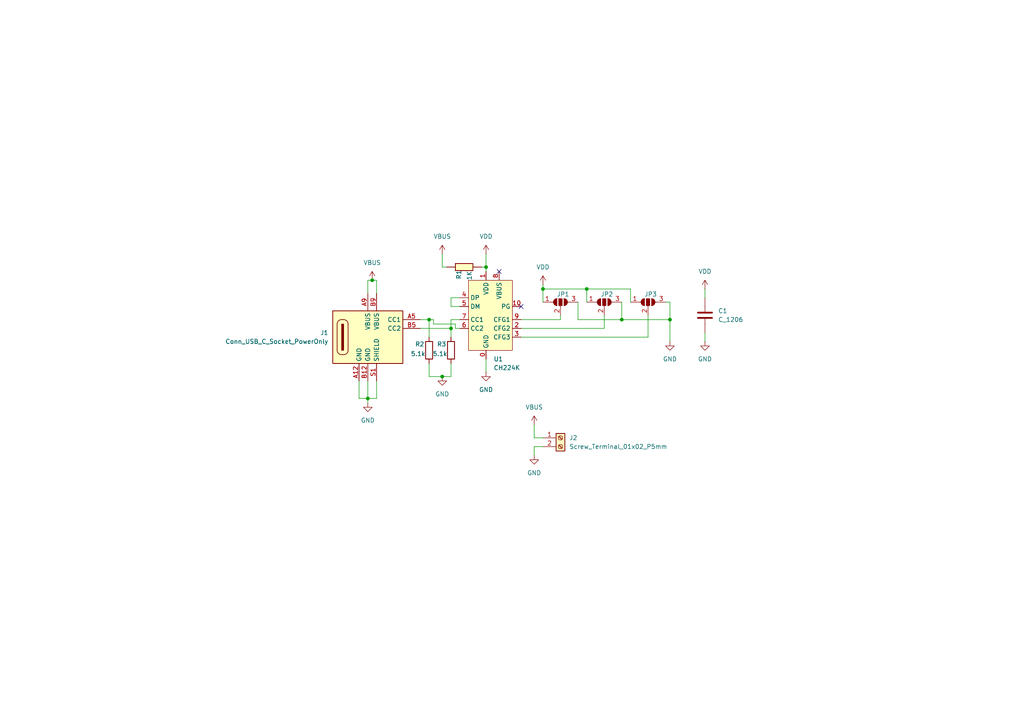
<source format=kicad_sch>
(kicad_sch (version 20231120) (generator "eeschema") (generator_version "8.0")
  (paper "A4")
  (lib_symbols
    (symbol "0my_project:CH224K"
      (property "Reference" "U" (at 2.54 15.24 0))
      (property "Value" "CH224K" (at 5.08 -11.43 0))
      (symbol "CH224K_0_0"
        (pin passive line (at -1.27 -12.7 90) (length 2.54) (name "GND") (number "0"))
        (pin power_in line (at -1.27 12.7 270) (length 2.54) (name "VDD") (number "1"))
        (pin output line (at 8.89 2.54 180) (length 2.54) (name "PG") (number "10"))
        (pin input line (at 8.89 -3.81 180) (length 2.54) (name "CFG2") (number "2"))
        (pin input line (at 8.89 -6.35 180) (length 2.54) (name "CFG3") (number "3"))
        (pin bidirectional line (at -8.89 5.08 0) (length 2.54) (name "DP") (number "4"))
        (pin bidirectional line (at -8.89 2.54 0) (length 2.54) (name "DM") (number "5"))
        (pin bidirectional line (at -8.89 -3.81 0) (length 2.54) (name "CC2") (number "6"))
        (pin bidirectional line (at -8.89 -1.27 0) (length 2.54) (name "CC1") (number "7"))
        (pin power_in line (at 2.54 12.7 270) (length 2.54) (name "VBUS") (number "8"))
        (pin input line (at 8.89 -1.27 180) (length 2.54) (name "CFG1") (number "9"))
      )
      (symbol "CH224K_1_1"
        (rectangle (start -6.35 10.16) (end 6.35 -10.16) (fill (type background)))
      )
    )
    (symbol "Device:R" (pin_numbers hide) (pin_names (offset 0))
      (property "Reference" "R" (at 2.032 0 90))
      (property "Value" "R" (at 0 0 90))
      (symbol "R_0_1"
        (rectangle (start -1.016 -2.54) (end 1.016 2.54) (stroke (width 0.254)))
      )
      (symbol "R_1_1"
        (pin passive line (at 0 3.81 270) (length 1.27) (name "~") (number "1"))
        (pin passive line (at 0 -3.81 90) (length 1.27) (name "~") (number "2"))
      )
    )
    (symbol "Jumper:SolderJumper_3_Open" (pin_names (offset 0) hide) (exclude_from_sim yes) (in_bom no)
      (property "Reference" "JP" (at -2.54 -2.54 0))
      (property "Value" "SolderJumper_3_Open" (at 0 2.794 0))
      (symbol "SolderJumper_3_Open_0_1"
        (arc (start -1.016 1.016) (mid -2.0276 0) (end -1.016 -1.016))
        (arc (start -1.016 1.016) (mid -2.0276 0) (end -1.016 -1.016) (fill (type outline)))
        (rectangle (start -0.508 1.016) (end 0.508 -1.016) (fill (type outline)))
        (polyline (pts (xy -2.54 0) (xy -2.032 0)))
        (polyline (pts (xy -1.016 1.016) (xy -1.016 -1.016)))
        (polyline (pts (xy 0 -1.27) (xy 0 -1.016)))
        (polyline (pts (xy 1.016 1.016) (xy 1.016 -1.016)))
        (polyline (pts (xy 2.54 0) (xy 2.032 0)))
        (arc (start 1.016 -1.016) (mid 2.0276 0) (end 1.016 1.016))
        (arc (start 1.016 -1.016) (mid 2.0276 0) (end 1.016 1.016) (fill (type outline)))
      )
      (symbol "SolderJumper_3_Open_1_1"
        (pin passive line (at -5.08 0 0) (length 2.54) (name "A") (number "1"))
        (pin passive line (at 0 -3.81 90) (length 2.54) (name "C") (number "2"))
        (pin passive line (at 5.08 0 180) (length 2.54) (name "B") (number "3"))
      )
    )
    (symbol "fab:C_1206" (pin_numbers hide)
      (property "Reference" "C" (at 0.635 2.54 0))
      (property "Value" "C_1206" (at 0.635 -2.54 0))
      (symbol "C_1206_0_1"
        (polyline (pts (xy -2.032 -0.762) (xy 2.032 -0.762)) (stroke (width 0.508)))
        (polyline (pts (xy -2.032 0.762) (xy 2.032 0.762)) (stroke (width 0.508)))
        (polyline (pts (xy 0 -0.635) (xy 0 -2.54)))
        (polyline (pts (xy 0 0.635) (xy 0 2.54)))
      )
      (symbol "C_1206_1_1"
        (pin passive line (at 0 5.08 270) (length 2.54) (name "~") (number "1"))
        (pin passive line (at 0 -5.08 90) (length 2.54) (name "~") (number "2"))
      )
    )
    (symbol "fab:Conn_USB_C_Socket_PowerOnly"
      (property "Reference" "J" (at -10.16 8.89 0))
      (property "Value" "Conn_USB_C_Socket_PowerOnly" (at 3.81 8.89 0))
      (symbol "Conn_USB_C_Socket_PowerOnly_0_1"
        (rectangle (start -10.16 7.62) (end 10.16 -7.62) (stroke (width 0.254)) (fill (type background)))
        (arc (start -8.89 -3.81) (mid -8.518 -4.708) (end -7.62 -5.08) (stroke (width 0.2)))
        (rectangle (start -7.62 3.81) (end -6.985 -3.81) (fill (type outline)))
        (arc (start -7.62 5.08) (mid -8.518 4.708) (end -8.89 3.81) (stroke (width 0.2)))
        (arc (start -6.985 -5.08) (mid -6.087 -4.708) (end -5.715 -3.81) (stroke (width 0.2)))
        (arc (start -5.715 3.81) (mid -6.087 4.708) (end -6.985 5.08) (stroke (width 0.2)))
        (polyline (pts (xy -8.89 3.81) (xy -8.89 -3.81)) (stroke (width 0.2)))
        (polyline (pts (xy -7.62 -5.08) (xy -6.985 -5.08)) (stroke (width 0.2)))
        (polyline (pts (xy -7.62 5.08) (xy -6.985 5.08)) (stroke (width 0.2)))
        (polyline (pts (xy -5.715 -3.81) (xy -5.715 3.81)) (stroke (width 0.2)))
      )
      (symbol "Conn_USB_C_Socket_PowerOnly_1_1"
        (pin power_in line (at -2.54 -12.7 90) (length 5.08) (name "GND") (number "A12"))
        (pin bidirectional line (at 15.24 5.08 180) (length 5.08) (name "CC1") (number "A5"))
        (pin power_in line (at 0 12.7 270) (length 5.08) (name "VBUS") (number "A9"))
        (pin power_in line (at 0 -12.7 90) (length 5.08) (name "GND") (number "B12"))
        (pin bidirectional line (at 15.24 2.54 180) (length 5.08) (name "CC2") (number "B5"))
        (pin power_in line (at 2.54 12.7 270) (length 5.08) (name "VBUS") (number "B9"))
        (pin power_in line (at 2.54 -12.7 90) (length 5.08) (name "SHIELD") (number "S1"))
      )
    )
    (symbol "fab:R_1206" (pin_numbers hide) (pin_names (offset 0))
      (property "Reference" "R" (at 2.54 0 90))
      (property "Value" "R_1206" (at -2.54 0 90))
      (symbol "R_1206_0_1"
        (rectangle (start -1.016 -2.54) (end 1.016 2.54) (stroke (width 0.254)) (fill (type background)))
      )
      (symbol "R_1206_1_1"
        (pin passive line (at 0 5.08 270) (length 2.54) (name "~") (number "1"))
        (pin passive line (at 0 -5.08 90) (length 2.54) (name "~") (number "2"))
      )
    )
    (symbol "fab:Screw_Terminal_01x02_P5mm" (pin_names (offset 1.016) hide)
      (property "Reference" "J" (at 0 3.81 0))
      (property "Value" "Screw_Terminal_01x02_P5mm" (at 0 -3.81 0))
      (symbol "Screw_Terminal_01x02_P5mm_1_1"
        (rectangle (start -1.27 2.54) (end 1.27 -2.54) (stroke (width 0.254)) (fill (type background)))
        (circle (center 0 -1.27) (radius 0.635) (stroke (width 0.1524)))
        (polyline (pts (xy -0.5334 -0.9398) (xy 0.3302 -1.778)) (stroke (width 0.1524)))
        (polyline (pts (xy -0.5334 1.6002) (xy 0.3302 0.762)) (stroke (width 0.1524)))
        (polyline (pts (xy -0.3556 -0.762) (xy 0.508 -1.6002)) (stroke (width 0.1524)))
        (polyline (pts (xy -0.3556 1.778) (xy 0.508 0.9398)) (stroke (width 0.1524)))
        (circle (center 0 1.27) (radius 0.635) (stroke (width 0.1524)))
        (pin passive line (at -5.08 1.27 0) (length 3.81) (name "Pin_1") (number "1"))
        (pin passive line (at -5.08 -1.27 0) (length 3.81) (name "Pin_2") (number "2"))
      )
    )
    (symbol "power:GND" (power) (pin_numbers hide) (pin_names (offset 0) hide)
      (property "Value" "GND" (at 0 -3.81 0))
      (symbol "GND_0_1"
        (polyline (pts (xy 0 0) (xy 0 -1.27) (xy 1.27 -1.27) (xy 0 -2.54) (xy -1.27 -1.27) (xy 0 -1.27)))
      )
      (symbol "GND_1_1"
        (pin power_in line (at 0 0 270) (length 0) (name "~") (number "1"))
      )
    )
    (symbol "power:VBUS" (power) (pin_numbers hide) (pin_names (offset 0) hide)
      (property "Value" "VBUS" (at 0 3.556 0))
      (symbol "VBUS_0_1"
        (polyline (pts (xy -0.762 1.27) (xy 0 2.54)))
        (polyline (pts (xy 0 0) (xy 0 2.54)))
        (polyline (pts (xy 0 2.54) (xy 0.762 1.27)))
      )
      (symbol "VBUS_1_1"
        (pin power_in line (at 0 0 90) (length 0) (name "~") (number "1"))
      )
    )
    (symbol "power:VDD" (power) (pin_numbers hide) (pin_names (offset 0) hide)
      (property "Value" "VDD" (at 0 3.556 0))
      (symbol "VDD_0_1"
        (polyline (pts (xy -0.762 1.27) (xy 0 2.54)))
        (polyline (pts (xy 0 0) (xy 0 2.54)))
        (polyline (pts (xy 0 2.54) (xy 0.762 1.27)))
      )
      (symbol "VDD_1_1"
        (pin power_in line (at 0 0 90) (length 0) (name "~") (number "1"))
      )
    )
  )
  (junction (at 194.31 92.71))
  (junction (at 130.81 95.25))
  (junction (at 106.68 115.57))
  (junction (at 128.27 109.22))
  (junction (at 170.18 83.82))
  (junction (at 140.97 77.47))
  (junction (at 124.46 92.71))
  (junction (at 157.48 83.82))
  (junction (at 107.95 81.28))
  (junction (at 180.34 92.71))
  (no_connect (at 151.13 88.9))
  (no_connect (at 144.78 78.74))
  (wire (pts (xy 180.34 92.71) (xy 194.31 92.71)))
  (wire (pts (xy 187.96 97.79) (xy 187.96 91.44)))
  (wire (pts (xy 167.64 87.63) (xy 167.64 92.71)))
  (wire (pts (xy 104.14 115.57) (xy 106.68 115.57)))
  (wire (pts (xy 140.97 73.66) (xy 140.97 77.47)))
  (wire (pts (xy 140.97 107.95) (xy 140.97 104.14)))
  (wire (pts (xy 182.88 83.82) (xy 170.18 83.82)))
  (wire (pts (xy 130.81 109.22) (xy 128.27 109.22)))
  (wire (pts (xy 194.31 87.63) (xy 193.04 87.63)))
  (wire (pts (xy 133.35 92.71) (xy 130.81 92.71)))
  (wire (pts (xy 151.13 92.71) (xy 162.56 92.71)))
  (wire (pts (xy 133.35 95.25) (xy 132.08 95.25)))
  (wire (pts (xy 151.13 95.25) (xy 175.26 95.25)))
  (wire (pts (xy 130.81 88.9) (xy 130.81 86.36)))
  (wire (pts (xy 133.35 88.9) (xy 130.81 88.9)))
  (wire (pts (xy 139.7 77.47) (xy 140.97 77.47)))
  (wire (pts (xy 157.48 83.82) (xy 157.48 87.63)))
  (wire (pts (xy 109.22 110.49) (xy 109.22 115.57)))
  (wire (pts (xy 157.48 129.54) (xy 154.94 129.54)))
  (wire (pts (xy 124.46 109.22) (xy 128.27 109.22)))
  (wire (pts (xy 107.95 81.28) (xy 106.68 81.28)))
  (wire (pts (xy 128.27 73.66) (xy 128.27 77.47)))
  (wire (pts (xy 132.08 93.98) (xy 125.73 93.98)))
  (wire (pts (xy 130.81 105.41) (xy 130.81 109.22)))
  (wire (pts (xy 175.26 95.25) (xy 175.26 91.44)))
  (wire (pts (xy 204.47 99.06) (xy 204.47 96.52)))
  (wire (pts (xy 109.22 81.28) (xy 107.95 81.28)))
  (wire (pts (xy 106.68 116.84) (xy 106.68 115.57)))
  (wire (pts (xy 130.81 95.25) (xy 121.92 95.25)))
  (wire (pts (xy 167.64 92.71) (xy 180.34 92.71)))
  (wire (pts (xy 157.48 127) (xy 154.94 127)))
  (wire (pts (xy 106.68 115.57) (xy 106.68 110.49)))
  (wire (pts (xy 154.94 127) (xy 154.94 123.19)))
  (wire (pts (xy 125.73 92.71) (xy 124.46 92.71)))
  (wire (pts (xy 124.46 92.71) (xy 121.92 92.71)))
  (wire (pts (xy 157.48 82.55) (xy 157.48 83.82)))
  (wire (pts (xy 182.88 87.63) (xy 182.88 83.82)))
  (wire (pts (xy 130.81 86.36) (xy 133.35 86.36)))
  (wire (pts (xy 106.68 81.28) (xy 106.68 85.09)))
  (wire (pts (xy 140.97 77.47) (xy 140.97 78.74)))
  (wire (pts (xy 128.27 77.47) (xy 129.54 77.47)))
  (wire (pts (xy 170.18 87.63) (xy 170.18 83.82)))
  (wire (pts (xy 109.22 85.09) (xy 109.22 81.28)))
  (wire (pts (xy 109.22 115.57) (xy 106.68 115.57)))
  (wire (pts (xy 194.31 92.71) (xy 194.31 99.06)))
  (wire (pts (xy 151.13 97.79) (xy 187.96 97.79)))
  (wire (pts (xy 157.48 83.82) (xy 170.18 83.82)))
  (wire (pts (xy 125.73 93.98) (xy 125.73 92.71)))
  (wire (pts (xy 204.47 83.82) (xy 204.47 86.36)))
  (wire (pts (xy 162.56 92.71) (xy 162.56 91.44)))
  (wire (pts (xy 194.31 87.63) (xy 194.31 92.71)))
  (wire (pts (xy 124.46 92.71) (xy 124.46 97.79)))
  (wire (pts (xy 132.08 95.25) (xy 132.08 93.98)))
  (wire (pts (xy 124.46 105.41) (xy 124.46 109.22)))
  (wire (pts (xy 130.81 92.71) (xy 130.81 95.25)))
  (wire (pts (xy 104.14 110.49) (xy 104.14 115.57)))
  (wire (pts (xy 180.34 87.63) (xy 180.34 92.71)))
  (wire (pts (xy 130.81 95.25) (xy 130.81 97.79)))
  (wire (pts (xy 154.94 129.54) (xy 154.94 132.08)))
  (symbol (lib_id "power:GND") (at 140.97 107.95 0) (unit 1)
    (property "Reference" "#PWR02" (effects (hide yes)))
    (property "Value" "GND" (at 140.97 113.03 0))
    (property "Description" "Power symbol creates a global label with name \"GND\" , ground" (effects (hide yes)))
  )
  (symbol (lib_id "Device:R") (at 124.46 101.6 0) (unit 1)
    (property "Reference" "R2" (at 120.396 99.822 0) (effects (justify left)))
    (property "Value" "5.1k" (at 119.126 102.616 0) (effects (justify left)))
    (property "Footprint" "Resistor_SMD:R_0805_2012Metric_Pad1.20x1.40mm_HandSolder" (effects (hide yes)))
    (property "Description" "Resistor" (effects (hide yes)))
  )
  (symbol (lib_id "power:VDD") (at 157.48 82.55 0) (unit 1)
    (property "Reference" "#PWR06" (effects (hide yes)))
    (property "Value" "VDD" (at 157.48 77.47 0))
    (property "Description" "Power symbol creates a global label with name \"VDD\"" (effects (hide yes)))
  )
  (symbol (lib_id "power:VDD") (at 204.47 83.82 0) (unit 1)
    (property "Reference" "#PWR09" (effects (hide yes)))
    (property "Value" "VDD" (at 204.47 78.74 0))
    (property "Description" "Power symbol creates a global label with name \"VDD\"" (effects (hide yes)))
  )
  (symbol (lib_id "power:GND") (at 128.27 109.22 0) (unit 1)
    (property "Reference" "#PWR010" (effects (hide yes)))
    (property "Value" "GND" (at 128.27 114.3 0))
    (property "Description" "Power symbol creates a global label with name \"GND\" , ground" (effects (hide yes)))
  )
  (symbol (lib_id "Jumper:SolderJumper_3_Open") (at 175.26 87.63 0) (unit 1) (exclude_from_sim yes) (in_bom no)
    (property "Reference" "JP2" (at 176.022 85.344 0))
    (property "Value" "SolderJumper_3_Open" (effects (hide yes)))
    (property "Footprint" "Jumper:SolderJumper-3_P1.3mm_Open_RoundedPad1.0x1.5mm" (effects (hide yes)))
    (property "Description" "Solder Jumper, 3-pole, open" (effects (hide yes)))
  )
  (symbol (lib_id "0my_project:CH224K") (at 142.24 91.44 0) (unit 1)
    (property "Reference" "U1" (at 143.1641 104.14 0) (effects (justify left)))
    (property "Value" "CH224K" (at 143.1641 106.68 0) (effects (justify left)))
    (property "Footprint" "0my_project:ESSOP-10_CH224K" (effects (hide yes)))
    (property "Datasheet" "https://akizukidenshi.com/download/ds/wch/CH224.pdf" (effects (hide yes)))
    (property "Description" "USB PD Sink Controller" (effects (hide yes)))
  )
  (symbol (lib_id "power:GND") (at 106.68 116.84 0) (unit 1)
    (property "Reference" "#PWR01" (effects (hide yes)))
    (property "Value" "GND" (at 106.68 121.92 0))
    (property "Description" "Power symbol creates a global label with name \"GND\" , ground" (effects (hide yes)))
  )
  (symbol (lib_id "power:GND") (at 194.31 99.06 0) (unit 1)
    (property "Reference" "#PWR07" (effects (hide yes)))
    (property "Value" "GND" (at 194.31 104.14 0))
    (property "Description" "Power symbol creates a global label with name \"GND\" , ground" (effects (hide yes)))
  )
  (symbol (lib_id "Jumper:SolderJumper_3_Open") (at 187.96 87.63 0) (unit 1) (exclude_from_sim yes) (in_bom no)
    (property "Reference" "JP3" (at 188.722 85.344 0))
    (property "Value" "SolderJumper_3_Open" (effects (hide yes)))
    (property "Footprint" "Jumper:SolderJumper-3_P1.3mm_Open_RoundedPad1.0x1.5mm" (effects (hide yes)))
    (property "Description" "Solder Jumper, 3-pole, open" (effects (hide yes)))
  )
  (symbol (lib_id "fab:R_1206") (at 134.62 77.47 90) (unit 1)
    (property "Reference" "R1" (at 133.096 81.026 0) (effects (justify left)))
    (property "Value" "1K" (at 136.144 81.28 0) (effects (justify left)))
    (property "Footprint" "fab:R_1206" (effects (hide yes)))
    (property "Description" "Resistor" (effects (hide yes)))
  )
  (symbol (lib_id "fab:Conn_USB_C_Socket_PowerOnly") (at 106.68 97.79 0) (unit 1)
    (property "Reference" "J1" (at 95.25 96.5199 0) (effects (justify right)))
    (property "Value" "Conn_USB_C_Socket_PowerOnly" (at 95.25 99.0599 0) (effects (justify right)))
    (property "Footprint" "fab:Conn_USB_C_Socket_GCT_USB4125-GF-A-0190" (effects (hide yes)))
    (property "Datasheet" "https://www.usb.org/sites/default/files/documents/usb_type-c.zip" (effects (hide yes)))
    (property "Description" "USB 2.0-only Type-C Receptacle connector" (effects (hide yes)))
  )
  (symbol (lib_id "power:VBUS") (at 107.95 81.28 0) (unit 1)
    (property "Reference" "#PWR03" (effects (hide yes)))
    (property "Value" "VBUS" (at 107.95 76.2 0))
    (property "Description" "Power symbol creates a global label with name \"VBUS\"" (effects (hide yes)))
  )
  (symbol (lib_id "fab:C_1206") (at 204.47 91.44 0) (unit 1)
    (property "Reference" "C1" (at 208.28 90.1699 0) (effects (justify left)))
    (property "Value" "C_1206" (at 208.28 92.7099 0) (effects (justify left)))
    (property "Footprint" "fab:C_1206" (effects (hide yes)))
    (property "Datasheet" "https://www.yageo.com/upload/media/product/productsearch/datasheet/mlcc/UPY-GP_NP0_16V-to-50V_18.pdf" (effects (hide yes)))
    (property "Description" "Unpolarized capacitor, SMD, 1206" (effects (hide yes)))
  )
  (symbol (lib_id "power:GND") (at 154.94 132.08 0) (unit 1)
    (property "Reference" "#PWR012" (effects (hide yes)))
    (property "Value" "GND" (at 154.94 137.16 0))
    (property "Description" "Power symbol creates a global label with name \"GND\" , ground" (effects (hide yes)))
  )
  (symbol (lib_id "Jumper:SolderJumper_3_Open") (at 162.56 87.63 0) (unit 1) (exclude_from_sim yes) (in_bom no)
    (property "Reference" "JP1" (at 163.322 85.344 0))
    (property "Value" "SolderJumper_3_Open" (effects (hide yes)))
    (property "Footprint" "Jumper:SolderJumper-3_P1.3mm_Open_RoundedPad1.0x1.5mm" (effects (hide yes)))
    (property "Description" "Solder Jumper, 3-pole, open" (effects (hide yes)))
  )
  (symbol (lib_id "power:GND") (at 204.47 99.06 0) (unit 1)
    (property "Reference" "#PWR08" (effects (hide yes)))
    (property "Value" "GND" (at 204.47 104.14 0))
    (property "Description" "Power symbol creates a global label with name \"GND\" , ground" (effects (hide yes)))
  )
  (symbol (lib_id "power:VDD") (at 140.97 73.66 0) (unit 1)
    (property "Reference" "#PWR05" (effects (hide yes)))
    (property "Value" "VDD" (at 140.97 68.58 0))
    (property "Description" "Power symbol creates a global label with name \"VDD\"" (effects (hide yes)))
  )
  (symbol (lib_id "power:VBUS") (at 154.94 123.19 0) (unit 1)
    (property "Reference" "#PWR011" (effects (hide yes)))
    (property "Value" "VBUS" (at 154.94 118.11 0))
    (property "Description" "Power symbol creates a global label with name \"VBUS\"" (effects (hide yes)))
  )
  (symbol (lib_id "power:VBUS") (at 128.27 73.66 0) (unit 1)
    (property "Reference" "#PWR04" (effects (hide yes)))
    (property "Value" "VBUS" (at 128.27 68.58 0))
    (property "Description" "Power symbol creates a global label with name \"VBUS\"" (effects (hide yes)))
  )
  (symbol (lib_id "fab:Screw_Terminal_01x02_P5mm") (at 162.56 128.27 0) (unit 1)
    (property "Reference" "J2" (at 165.1 126.9999 0) (effects (justify left)))
    (property "Value" "Screw_Terminal_01x02_P5mm" (at 165.1 129.5399 0) (effects (justify left)))
    (property "Footprint" "fab:TerminalBlock_OnShore_1x02_P5.00mm_Horizontal" (effects (hide yes)))
    (property "Datasheet" "https://www.on-shore.com/wp-content/uploads/OSTTAXX0161.pdf" (effects (hide yes)))
    (property "Description" "TERM BLK 2POS SIDE ENTRY 5MM PCB" (effects (hide yes)))
  )
  (symbol (lib_id "Device:R") (at 130.81 101.6 0) (unit 1)
    (property "Reference" "R3" (at 126.746 99.822 0) (effects (justify left)))
    (property "Value" "5.1k" (at 125.476 102.616 0) (effects (justify left)))
    (property "Footprint" "Resistor_SMD:R_0805_2012Metric_Pad1.20x1.40mm_HandSolder" (effects (hide yes)))
    (property "Description" "Resistor" (effects (hide yes)))
  )
)
</source>
